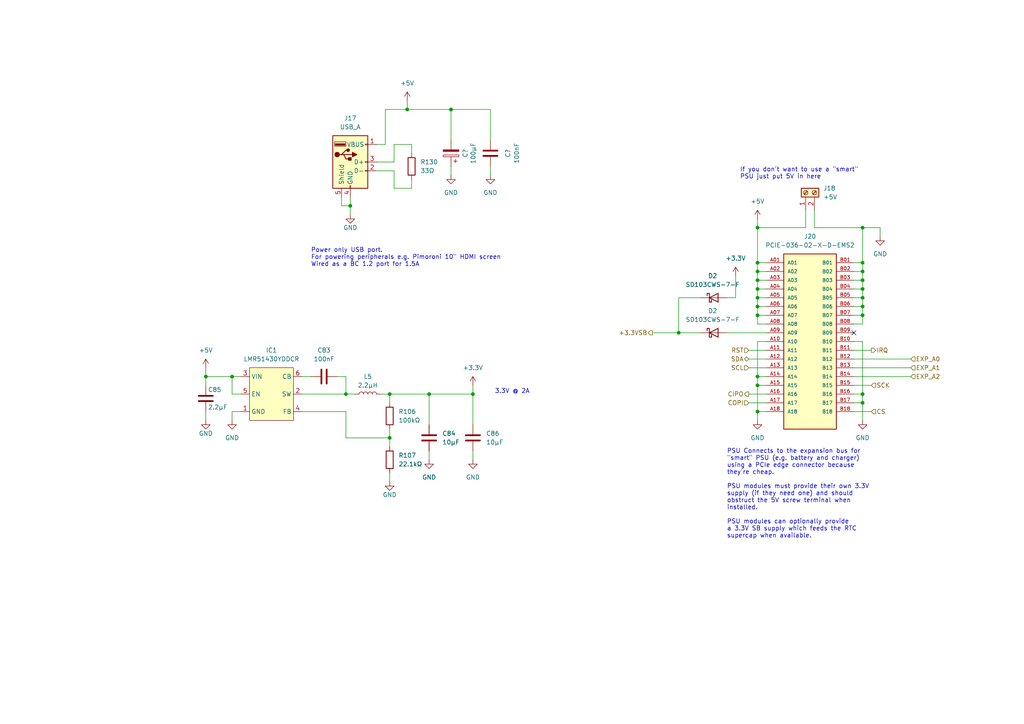
<source format=kicad_sch>
(kicad_sch (version 20230121) (generator eeschema)
  (paper "A4")
  (lib_symbols
    (symbol "Connector:Screw_Terminal_01x02" (pin_names (offset 1.016) hide)
      (property "Reference" "J" (at 0 2.54 0))
      (property "Value" "Screw_Terminal_01x02" (at 0 -5.08 0))
      (symbol "Screw_Terminal_01x02_1_1"
        (rectangle (start -1.27 1.27) (end 1.27 -3.81) (stroke (width 0.254)) (fill (type background)))
        (circle (center 0 -2.54) (radius 0.635) (stroke (width 0.1524)))
        (polyline (pts (xy -0.5334 -2.2098) (xy 0.3302 -3.048)) (stroke (width 0.1524)))
        (polyline (pts (xy -0.5334 0.3302) (xy 0.3302 -0.508)) (stroke (width 0.1524)))
        (polyline (pts (xy -0.3556 -2.032) (xy 0.508 -2.8702)) (stroke (width 0.1524)))
        (polyline (pts (xy -0.3556 0.508) (xy 0.508 -0.3302)) (stroke (width 0.1524)))
        (circle (center 0 0) (radius 0.635) (stroke (width 0.1524)))
        (pin passive line (at -5.08 0 0) (length 3.81) (name "Pin_1") (number "1"))
        (pin passive line (at -5.08 -2.54 0) (length 3.81) (name "Pin_2") (number "2"))
      )
    )
    (symbol "Connector:USB_A" (pin_names (offset 1.016))
      (property "Reference" "J" (at -5.08 11.43 0))
      (property "Value" "USB_A" (at -5.08 8.89 0))
      (symbol "USB_A_0_1"
        (rectangle (start -5.08 -7.62) (end 5.08 7.62) (stroke (width 0.254)) (fill (type background)))
        (circle (center -3.81 2.159) (radius 0.635) (stroke (width 0.254)) (fill (type outline)))
        (rectangle (start -1.524 4.826) (end -4.318 5.334) (fill (type outline)))
        (rectangle (start -1.27 4.572) (end -4.572 5.842))
        (circle (center -0.635 3.429) (radius 0.381) (stroke (width 0.254)) (fill (type outline)))
        (rectangle (start -0.127 -7.62) (end 0.127 -6.858))
        (polyline (pts (xy -3.175 2.159) (xy -2.54 2.159) (xy -1.27 3.429) (xy -0.635 3.429)) (stroke (width 0.254)))
        (polyline (pts (xy -2.54 2.159) (xy -1.905 2.159) (xy -1.27 0.889) (xy 0 0.889)) (stroke (width 0.254)))
        (polyline (pts (xy 0.635 2.794) (xy 0.635 1.524) (xy 1.905 2.159) (xy 0.635 2.794)) (stroke (width 0.254)) (fill (type outline)))
        (rectangle (start 0.254 1.27) (end -0.508 0.508) (stroke (width 0.254)) (fill (type outline)))
        (rectangle (start 5.08 -2.667) (end 4.318 -2.413))
        (rectangle (start 5.08 -0.127) (end 4.318 0.127))
        (rectangle (start 5.08 4.953) (end 4.318 5.207))
      )
      (symbol "USB_A_1_1"
        (polyline (pts (xy -1.905 2.159) (xy 0.635 2.159)) (stroke (width 0.254)))
        (pin power_in line (at 7.62 5.08 180) (length 2.54) (name "VBUS") (number "1"))
        (pin bidirectional line (at 7.62 -2.54 180) (length 2.54) (name "D-") (number "2"))
        (pin bidirectional line (at 7.62 0 180) (length 2.54) (name "D+") (number "3"))
        (pin power_in line (at 0 -10.16 90) (length 2.54) (name "GND") (number "4"))
        (pin passive line (at -2.54 -10.16 90) (length 2.54) (name "Shield") (number "5"))
      )
    )
    (symbol "Device:C" (pin_numbers hide) (pin_names (offset 0.254))
      (property "Reference" "C" (at 0.635 2.54 0))
      (property "Value" "C" (at 0.635 -2.54 0))
      (symbol "C_0_1"
        (polyline (pts (xy -2.032 -0.762) (xy 2.032 -0.762)) (stroke (width 0.508)))
        (polyline (pts (xy -2.032 0.762) (xy 2.032 0.762)) (stroke (width 0.508)))
      )
      (symbol "C_1_1"
        (pin passive line (at 0 3.81 270) (length 2.794) (name "~") (number "1"))
        (pin passive line (at 0 -3.81 90) (length 2.794) (name "~") (number "2"))
      )
    )
    (symbol "Device:C_Polarized" (pin_numbers hide) (pin_names (offset 0.254))
      (property "Reference" "C" (at 0.635 2.54 0))
      (property "Value" "C_Polarized" (at 0.635 -2.54 0))
      (symbol "C_Polarized_0_1"
        (rectangle (start -2.286 0.508) (end 2.286 1.016))
        (polyline (pts (xy -1.778 2.286) (xy -0.762 2.286)))
        (polyline (pts (xy -1.27 2.794) (xy -1.27 1.778)))
        (rectangle (start 2.286 -0.508) (end -2.286 -1.016) (fill (type outline)))
      )
      (symbol "C_Polarized_1_1"
        (pin passive line (at 0 3.81 270) (length 2.794) (name "~") (number "1"))
        (pin passive line (at 0 -3.81 90) (length 2.794) (name "~") (number "2"))
      )
    )
    (symbol "Device:D_Schottky" (pin_numbers hide) (pin_names (offset 1.016) hide)
      (property "Reference" "D" (at 0 2.54 0))
      (property "Value" "D_Schottky" (at 0 -2.54 0))
      (symbol "D_Schottky_0_1"
        (polyline (pts (xy 1.27 0) (xy -1.27 0)))
        (polyline (pts (xy 1.27 1.27) (xy 1.27 -1.27) (xy -1.27 0) (xy 1.27 1.27)) (stroke (width 0.254)))
        (polyline (pts (xy -1.905 0.635) (xy -1.905 1.27) (xy -1.27 1.27) (xy -1.27 -1.27) (xy -0.635 -1.27) (xy -0.635 -0.635)) (stroke (width 0.254)))
      )
      (symbol "D_Schottky_1_1"
        (pin passive line (at -3.81 0 0) (length 2.54) (name "K") (number "1"))
        (pin passive line (at 3.81 0 180) (length 2.54) (name "A") (number "2"))
      )
    )
    (symbol "Device:L" (pin_numbers hide) (pin_names (offset 1.016) hide)
      (property "Reference" "L" (at -1.27 0 90))
      (property "Value" "L" (at 1.905 0 90))
      (symbol "L_0_1"
        (arc (start 0 -2.54) (mid 0.6323 -1.905) (end 0 -1.27))
        (arc (start 0 -1.27) (mid 0.6323 -0.635) (end 0 0))
        (arc (start 0 0) (mid 0.6323 0.635) (end 0 1.27))
        (arc (start 0 1.27) (mid 0.6323 1.905) (end 0 2.54))
      )
      (symbol "L_1_1"
        (pin passive line (at 0 3.81 270) (length 1.27) (name "1") (number "1"))
        (pin passive line (at 0 -3.81 90) (length 1.27) (name "2") (number "2"))
      )
    )
    (symbol "Device:R" (pin_numbers hide) (pin_names (offset 0))
      (property "Reference" "R" (at 2.032 0 90))
      (property "Value" "R" (at 0 0 90))
      (symbol "R_0_1"
        (rectangle (start -1.016 -2.54) (end 1.016 2.54) (stroke (width 0.254)))
      )
      (symbol "R_1_1"
        (pin passive line (at 0 3.81 270) (length 1.27) (name "~") (number "1"))
        (pin passive line (at 0 -3.81 90) (length 1.27) (name "~") (number "2"))
      )
    )
    (symbol "extras:LMR51430"
      (property "Reference" "IC" (at -5.08 8.89 0))
      (symbol "LMR51430_1_1"
        (rectangle (start -6.35 7.62) (end 6.35 -7.62) (fill (type background)))
        (pin power_in line (at -8.89 -5.08 0) (length 2.54) (name "GND") (number "1"))
        (pin power_out line (at 8.89 0 180) (length 2.54) (name "SW") (number "2"))
        (pin power_in line (at -8.89 5.08 0) (length 2.54) (name "VIN") (number "3"))
        (pin input line (at 8.89 -5.08 180) (length 2.54) (name "FB") (number "4"))
        (pin input line (at -8.89 0 0) (length 2.54) (name "EN") (number "5"))
        (pin passive line (at 8.89 5.08 180) (length 2.54) (name "CB") (number "6"))
      )
    )
    (symbol "extras:PCIE-036-02-X-D-EMS2" (pin_names (offset 1.016))
      (property "Reference" "J" (at -7.62 26.162 0))
      (property "Value" "PCIE-036-02-X-D-EMS2" (at -7.62 -27.94 0))
      (symbol "PCIE-036-02-X-D-EMS2_0_0"
        (rectangle (start -7.62 -25.4) (end 7.62 25.4) (stroke (width 0.254)) (fill (type background)))
        (pin passive line (at -12.7 22.86 0) (length 5.08) (name "A01") (number "A01"))
        (pin passive line (at -12.7 20.32 0) (length 5.08) (name "A02") (number "A02"))
        (pin passive line (at -12.7 17.78 0) (length 5.08) (name "A03") (number "A03"))
        (pin passive line (at -12.7 15.24 0) (length 5.08) (name "A04") (number "A04"))
        (pin passive line (at -12.7 12.7 0) (length 5.08) (name "A05") (number "A05"))
        (pin passive line (at -12.7 10.16 0) (length 5.08) (name "A06") (number "A06"))
        (pin passive line (at -12.7 7.62 0) (length 5.08) (name "A07") (number "A07"))
        (pin passive line (at -12.7 5.08 0) (length 5.08) (name "A08") (number "A08"))
        (pin passive line (at -12.7 2.54 0) (length 5.08) (name "A09") (number "A09"))
        (pin passive line (at -12.7 0 0) (length 5.08) (name "A10") (number "A10"))
        (pin passive line (at -12.7 -2.54 0) (length 5.08) (name "A11") (number "A11"))
        (pin passive line (at -12.7 -5.08 0) (length 5.08) (name "A12") (number "A12"))
        (pin passive line (at -12.7 -7.62 0) (length 5.08) (name "A13") (number "A13"))
        (pin passive line (at -12.7 -10.16 0) (length 5.08) (name "A14") (number "A14"))
        (pin passive line (at -12.7 -12.7 0) (length 5.08) (name "A15") (number "A15"))
        (pin passive line (at -12.7 -15.24 0) (length 5.08) (name "A16") (number "A16"))
        (pin passive line (at -12.7 -17.78 0) (length 5.08) (name "A17") (number "A17"))
        (pin passive line (at -12.7 -20.32 0) (length 5.08) (name "A18") (number "A18"))
        (pin passive line (at 12.7 22.86 180) (length 5.08) (name "B01") (number "B01"))
        (pin passive line (at 12.7 20.32 180) (length 5.08) (name "B02") (number "B02"))
        (pin passive line (at 12.7 17.78 180) (length 5.08) (name "B03") (number "B03"))
        (pin passive line (at 12.7 15.24 180) (length 5.08) (name "B04") (number "B04"))
        (pin passive line (at 12.7 12.7 180) (length 5.08) (name "B05") (number "B05"))
        (pin passive line (at 12.7 10.16 180) (length 5.08) (name "B06") (number "B06"))
        (pin passive line (at 12.7 7.62 180) (length 5.08) (name "B07") (number "B07"))
        (pin passive line (at 12.7 5.08 180) (length 5.08) (name "B08") (number "B08"))
        (pin passive line (at 12.7 2.54 180) (length 5.08) (name "B09") (number "B09"))
        (pin passive line (at 12.7 0 180) (length 5.08) (name "B10") (number "B10"))
        (pin passive line (at 12.7 -2.54 180) (length 5.08) (name "B11") (number "B11"))
        (pin passive line (at 12.7 -5.08 180) (length 5.08) (name "B12") (number "B12"))
        (pin passive line (at 12.7 -7.62 180) (length 5.08) (name "B13") (number "B13"))
        (pin passive line (at 12.7 -10.16 180) (length 5.08) (name "B14") (number "B14"))
        (pin passive line (at 12.7 -12.7 180) (length 5.08) (name "B15") (number "B15"))
        (pin passive line (at 12.7 -15.24 180) (length 5.08) (name "B16") (number "B16"))
        (pin passive line (at 12.7 -17.78 180) (length 5.08) (name "B17") (number "B17"))
        (pin passive line (at 12.7 -20.32 180) (length 5.08) (name "B18") (number "B18"))
      )
    )
    (symbol "power:+3.3V" (power) (pin_names (offset 0))
      (property "Value" "+3.3V" (at 0 3.556 0))
      (symbol "+3.3V_0_1"
        (polyline (pts (xy -0.762 1.27) (xy 0 2.54)))
        (polyline (pts (xy 0 0) (xy 0 2.54)))
        (polyline (pts (xy 0 2.54) (xy 0.762 1.27)))
      )
      (symbol "+3.3V_1_1"
        (pin power_in line (at 0 0 90) (length 0) hide (name "+3.3V") (number "1"))
      )
    )
    (symbol "power:+5V" (power) (pin_names (offset 0))
      (property "Value" "+5V" (at 0 3.556 0))
      (symbol "+5V_0_1"
        (polyline (pts (xy -0.762 1.27) (xy 0 2.54)))
        (polyline (pts (xy 0 0) (xy 0 2.54)))
        (polyline (pts (xy 0 2.54) (xy 0.762 1.27)))
      )
      (symbol "+5V_1_1"
        (pin power_in line (at 0 0 90) (length 0) hide (name "+5V") (number "1"))
      )
    )
    (symbol "power:GND" (power) (pin_names (offset 0))
      (property "Value" "GND" (at 0 -3.81 0))
      (symbol "GND_0_1"
        (polyline (pts (xy 0 0) (xy 0 -1.27) (xy 1.27 -1.27) (xy 0 -2.54) (xy -1.27 -1.27) (xy 0 -1.27)))
      )
      (symbol "GND_1_1"
        (pin power_in line (at 0 0 270) (length 0) hide (name "GND") (number "1"))
      )
    )
    (symbol "power:PWR_FLAG" (power) (pin_numbers hide) (pin_names (offset 0) hide)
      (property "Value" "PWR_FLAG" (at 0 3.81 0))
      (symbol "PWR_FLAG_0_0"
        (pin power_out line (at 0 0 90) (length 0) (name "pwr") (number "1"))
      )
      (symbol "PWR_FLAG_0_1"
        (polyline (pts (xy 0 0) (xy 0 1.27) (xy -1.016 1.905) (xy 0 2.54) (xy 1.016 1.905) (xy 0 1.27)))
      )
    )
  )
  (junction (at 250.19 88.9))
  (junction (at 67.31 109.22))
  (junction (at 219.71 109.22))
  (junction (at 250.19 83.82))
  (junction (at 219.71 76.2))
  (junction (at 130.81 31.75))
  (junction (at 250.19 86.36))
  (junction (at 219.71 86.36))
  (junction (at 219.71 111.76))
  (junction (at 219.71 78.74))
  (junction (at 250.19 81.28))
  (junction (at 219.71 66.04))
  (junction (at 118.11 31.75))
  (junction (at 250.19 116.84))
  (junction (at 250.19 76.2))
  (junction (at 100.33 114.3))
  (junction (at 137.16 114.3))
  (junction (at 219.71 83.82))
  (junction (at 250.19 66.04))
  (junction (at 101.6 59.69))
  (junction (at 113.03 127))
  (junction (at 219.71 88.9))
  (junction (at 219.71 91.44))
  (junction (at 250.19 114.3))
  (junction (at 196.85 96.52))
  (junction (at 124.46 114.3))
  (junction (at 219.71 119.38))
  (junction (at 113.03 114.3))
  (junction (at 59.69 109.22))
  (junction (at 250.19 91.44))
  (junction (at 250.19 78.74))
  (junction (at 219.71 81.28))
  (no_connect (at 247.65 96.52))
  (wire (pts (xy 109.22 49.53) (xy 114.3 49.53)))
  (wire (pts (xy 247.65 101.6) (xy 252.73 101.6)))
  (wire (pts (xy 247.65 116.84) (xy 250.19 116.84)))
  (wire (pts (xy 101.6 59.69) (xy 101.6 62.23)))
  (wire (pts (xy 219.71 81.28) (xy 222.25 81.28)))
  (wire (pts (xy 236.22 66.04) (xy 250.19 66.04)))
  (wire (pts (xy 219.71 91.44) (xy 222.25 91.44)))
  (wire (pts (xy 99.06 57.15) (xy 99.06 59.69)))
  (wire (pts (xy 137.16 111.76) (xy 137.16 114.3)))
  (wire (pts (xy 219.71 78.74) (xy 222.25 78.74)))
  (wire (pts (xy 137.16 114.3) (xy 137.16 123.19)))
  (wire (pts (xy 247.65 93.98) (xy 250.19 93.98)))
  (wire (pts (xy 255.27 66.04) (xy 255.27 68.58)))
  (wire (pts (xy 69.85 119.38) (xy 67.31 119.38)))
  (wire (pts (xy 219.71 86.36) (xy 219.71 83.82)))
  (wire (pts (xy 250.19 99.06) (xy 250.19 114.3)))
  (wire (pts (xy 219.71 66.04) (xy 219.71 76.2)))
  (wire (pts (xy 111.76 31.75) (xy 118.11 31.75)))
  (wire (pts (xy 124.46 114.3) (xy 137.16 114.3)))
  (wire (pts (xy 250.19 81.28) (xy 250.19 78.74)))
  (wire (pts (xy 219.71 66.04) (xy 233.68 66.04)))
  (wire (pts (xy 222.25 83.82) (xy 219.71 83.82)))
  (wire (pts (xy 217.17 114.3) (xy 222.25 114.3)))
  (wire (pts (xy 247.65 81.28) (xy 250.19 81.28)))
  (wire (pts (xy 59.69 119.38) (xy 59.69 121.92)))
  (wire (pts (xy 327.66 130.81) (xy 327.66 133.35)))
  (wire (pts (xy 222.25 76.2) (xy 219.71 76.2)))
  (wire (pts (xy 119.38 54.61) (xy 119.38 52.07)))
  (wire (pts (xy 67.31 109.22) (xy 59.69 109.22)))
  (wire (pts (xy 247.65 119.38) (xy 252.73 119.38)))
  (wire (pts (xy 99.06 59.69) (xy 101.6 59.69)))
  (wire (pts (xy 219.71 99.06) (xy 219.71 109.22)))
  (wire (pts (xy 247.65 78.74) (xy 250.19 78.74)))
  (wire (pts (xy 219.71 86.36) (xy 222.25 86.36)))
  (wire (pts (xy 233.68 60.96) (xy 233.68 66.04)))
  (wire (pts (xy 111.76 41.91) (xy 111.76 31.75)))
  (wire (pts (xy 250.19 114.3) (xy 250.19 116.84)))
  (wire (pts (xy 130.81 48.26) (xy 130.81 50.8)))
  (wire (pts (xy 114.3 46.99) (xy 114.3 41.91)))
  (wire (pts (xy 124.46 130.81) (xy 124.46 133.35)))
  (wire (pts (xy 250.19 93.98) (xy 250.19 91.44)))
  (wire (pts (xy 203.2 86.36) (xy 196.85 86.36)))
  (wire (pts (xy 113.03 137.16) (xy 113.03 139.7)))
  (wire (pts (xy 114.3 54.61) (xy 119.38 54.61)))
  (wire (pts (xy 219.71 81.28) (xy 219.71 78.74)))
  (wire (pts (xy 100.33 109.22) (xy 100.33 114.3)))
  (wire (pts (xy 351.79 109.22) (xy 351.79 111.76)))
  (wire (pts (xy 100.33 127) (xy 113.03 127)))
  (wire (pts (xy 250.19 116.84) (xy 250.19 121.92)))
  (wire (pts (xy 101.6 59.69) (xy 101.6 57.15)))
  (wire (pts (xy 247.65 109.22) (xy 264.16 109.22)))
  (wire (pts (xy 59.69 106.68) (xy 59.69 109.22)))
  (wire (pts (xy 67.31 109.22) (xy 69.85 109.22)))
  (wire (pts (xy 113.03 114.3) (xy 113.03 116.84)))
  (wire (pts (xy 217.17 104.14) (xy 222.25 104.14)))
  (wire (pts (xy 210.82 96.52) (xy 222.25 96.52)))
  (wire (pts (xy 119.38 41.91) (xy 119.38 44.45)))
  (wire (pts (xy 222.25 99.06) (xy 219.71 99.06)))
  (wire (pts (xy 142.24 48.26) (xy 142.24 50.8)))
  (wire (pts (xy 142.24 31.75) (xy 142.24 40.64)))
  (wire (pts (xy 130.81 31.75) (xy 142.24 31.75)))
  (wire (pts (xy 219.71 93.98) (xy 219.71 91.44)))
  (wire (pts (xy 87.63 114.3) (xy 100.33 114.3)))
  (wire (pts (xy 219.71 88.9) (xy 219.71 86.36)))
  (wire (pts (xy 222.25 93.98) (xy 219.71 93.98)))
  (wire (pts (xy 196.85 96.52) (xy 203.2 96.52)))
  (wire (pts (xy 100.33 119.38) (xy 100.33 127)))
  (wire (pts (xy 114.3 49.53) (xy 114.3 54.61)))
  (wire (pts (xy 67.31 114.3) (xy 67.31 109.22)))
  (wire (pts (xy 250.19 78.74) (xy 250.19 76.2)))
  (wire (pts (xy 219.71 119.38) (xy 219.71 121.92)))
  (wire (pts (xy 219.71 63.5) (xy 219.71 66.04)))
  (wire (pts (xy 247.65 114.3) (xy 250.19 114.3)))
  (wire (pts (xy 118.11 29.21) (xy 118.11 31.75)))
  (wire (pts (xy 250.19 83.82) (xy 250.19 81.28)))
  (wire (pts (xy 247.65 99.06) (xy 250.19 99.06)))
  (wire (pts (xy 217.17 106.68) (xy 222.25 106.68)))
  (wire (pts (xy 247.65 83.82) (xy 250.19 83.82)))
  (wire (pts (xy 196.85 86.36) (xy 196.85 96.52)))
  (wire (pts (xy 217.17 116.84) (xy 222.25 116.84)))
  (wire (pts (xy 113.03 127) (xy 113.03 124.46)))
  (wire (pts (xy 124.46 123.19) (xy 124.46 114.3)))
  (wire (pts (xy 325.12 91.44) (xy 325.12 93.98)))
  (wire (pts (xy 137.16 130.81) (xy 137.16 133.35)))
  (wire (pts (xy 118.11 31.75) (xy 130.81 31.75)))
  (wire (pts (xy 219.71 111.76) (xy 219.71 119.38)))
  (wire (pts (xy 109.22 46.99) (xy 114.3 46.99)))
  (wire (pts (xy 217.17 101.6) (xy 222.25 101.6)))
  (wire (pts (xy 114.3 41.91) (xy 119.38 41.91)))
  (wire (pts (xy 97.79 109.22) (xy 100.33 109.22)))
  (wire (pts (xy 236.22 60.96) (xy 236.22 66.04)))
  (wire (pts (xy 219.71 109.22) (xy 219.71 111.76)))
  (wire (pts (xy 247.65 106.68) (xy 264.16 106.68)))
  (wire (pts (xy 247.65 104.14) (xy 264.16 104.14)))
  (wire (pts (xy 113.03 127) (xy 113.03 129.54)))
  (wire (pts (xy 59.69 109.22) (xy 59.69 111.76)))
  (wire (pts (xy 250.19 76.2) (xy 247.65 76.2)))
  (wire (pts (xy 250.19 86.36) (xy 250.19 83.82)))
  (wire (pts (xy 219.71 91.44) (xy 219.71 88.9)))
  (wire (pts (xy 247.65 86.36) (xy 250.19 86.36)))
  (wire (pts (xy 219.71 109.22) (xy 222.25 109.22)))
  (wire (pts (xy 247.65 88.9) (xy 250.19 88.9)))
  (wire (pts (xy 100.33 114.3) (xy 102.87 114.3)))
  (wire (pts (xy 87.63 119.38) (xy 100.33 119.38)))
  (wire (pts (xy 130.81 31.75) (xy 130.81 40.64)))
  (wire (pts (xy 250.19 66.04) (xy 255.27 66.04)))
  (wire (pts (xy 69.85 114.3) (xy 67.31 114.3)))
  (wire (pts (xy 219.71 83.82) (xy 219.71 81.28)))
  (wire (pts (xy 67.31 119.38) (xy 67.31 121.92)))
  (wire (pts (xy 109.22 41.91) (xy 111.76 41.91)))
  (wire (pts (xy 250.19 88.9) (xy 250.19 86.36)))
  (wire (pts (xy 219.71 76.2) (xy 219.71 78.74)))
  (wire (pts (xy 219.71 111.76) (xy 222.25 111.76)))
  (wire (pts (xy 219.71 119.38) (xy 222.25 119.38)))
  (wire (pts (xy 110.49 114.3) (xy 113.03 114.3)))
  (wire (pts (xy 210.82 86.36) (xy 213.36 86.36)))
  (wire (pts (xy 124.46 114.3) (xy 113.03 114.3)))
  (wire (pts (xy 247.65 91.44) (xy 250.19 91.44)))
  (wire (pts (xy 250.19 91.44) (xy 250.19 88.9)))
  (wire (pts (xy 219.71 88.9) (xy 222.25 88.9)))
  (wire (pts (xy 247.65 111.76) (xy 252.73 111.76)))
  (wire (pts (xy 189.23 96.52) (xy 196.85 96.52)))
  (wire (pts (xy 87.63 109.22) (xy 90.17 109.22)))
  (wire (pts (xy 213.36 80.01) (xy 213.36 86.36)))
  (wire (pts (xy 250.19 66.04) (xy 250.19 76.2)))
  (text "If you don't want to use a \"smart\"\nPSU just put 5V in here" (at 214.63 52.07 0) (effects (font (size 1.27 1.27)) (justify left bottom)))
  (text "3.3V @ 2A" (at 153.67 114.3 0) (effects (font (size 1.27 1.27)) (justify right bottom)))
  (text "PSU Connects to the expansion bus for\n\"smart\" PSU (e.g. battery and charger)\nusing a PCIe edge connector because\nthey're cheap.\n\nPSU modules must provide their own 3.3V\nsupply (if they need one) and should\nobstruct the 5V screw terminal when\ninstalled.\n\nPSU modules can optionally provide\na 3.3V SB supply which feeds the RTC\nsupercap when available." (at 210.82 156.21 0) (effects (font (size 1.27 1.27)) (justify left bottom)))
  (text "Power only USB port.\nFor powering peripherals e.g. Pimoroni 10\" HDMI screen\nWired as a BC 1.2 port for 1.5A" (at 90.17 77.47 0) (effects (font (size 1.27 1.27)) (justify left bottom)))
  (hierarchical_label "CIPO" (shape output) (at 217.17 114.3 180))
  (hierarchical_label "+3.3VSB" (shape output) (at 189.23 96.52 180))
  (hierarchical_label "IRQ" (shape output) (at 252.73 101.6 0))
  (hierarchical_label "RST" (shape input) (at 217.17 101.6 180))
  (hierarchical_label "EXP_A0" (shape input) (at 264.16 104.14 0))
  (hierarchical_label "SCL" (shape input) (at 217.17 106.68 180))
  (hierarchical_label "COPI" (shape input) (at 217.17 116.84 180))
  (hierarchical_label "SDA" (shape bidirectional) (at 217.17 104.14 180))
  (hierarchical_label "CS" (shape input) (at 252.73 119.38 0))
  (hierarchical_label "SCK" (shape input) (at 252.73 111.76 0))
  (hierarchical_label "EXP_A1" (shape input) (at 264.16 106.68 0))
  (hierarchical_label "EXP_A2" (shape input) (at 264.16 109.22 0))
  (symbol (lib_id "power:PWR_FLAG") (at 325.12 93.98 180) (unit 1)
    (property "Reference" "#FLG07" (effects hide))
    (property "Value" "PWR_FLAG" (at 325.12 99.06 0))
  )
  (symbol (lib_id "extras:PCIE-036-02-X-D-EMS2") (at 234.95 99.06 0) (unit 1)
    (property "Reference" "J20" (at 234.95 68.58 0))
    (property "Value" "PCIE-036-02-X-D-EMS2" (at 234.95 71.12 0))
    (property "Footprint" "extras:SAMTEC_PCIE-036-02-X-D-EMS2" (effects hide))
  )
  (symbol (lib_id "power:GND") (at 137.16 133.35 0) (unit 1)
    (property "Reference" "#PWR0141" (effects hide))
    (property "Value" "GND" (at 137.16 138.43 0))
    (instances (project "d1000" (path "" (reference "#PWR0141") (unit 1)) (path "" (reference "#PWR0202") (unit 1))))
  )
  (symbol (lib_id "power:GND") (at 142.24 50.8 0) (unit 1)
    (property "Reference" "#PWR0214" (effects hide))
    (property "Value" "GND" (at 142.24 55.88 0))
  )
  (symbol (lib_id "power:GND") (at 67.31 121.92 0) (unit 1)
    (property "Reference" "#PWR0138" (effects hide))
    (property "Value" "GND" (at 67.31 127 0))
    (instances (project "d1000" (path "" (reference "#PWR0138") (unit 1)) (path "" (reference "#PWR0198") (unit 1))))
  )
  (symbol (lib_id "power:GND") (at 130.81 50.8 0) (unit 1)
    (property "Reference" "#PWR0205" (effects hide))
    (property "Value" "GND" (at 130.81 55.88 0))
  )
  (symbol (lib_id "power:+5V") (at 118.11 29.21 0) (unit 1)
    (property "Reference" "#PWR0204" (effects hide))
    (property "Value" "+5V" (at 118.11 24.13 0))
  )
  (symbol (lib_id "power:+3.3V") (at 137.16 111.76 0) (unit 1)
    (property "Reference" "#PWR0139" (effects hide))
    (property "Value" "+3.3V" (at 137.16 106.68 0))
    (instances (project "d1000" (path "" (reference "#PWR0139") (unit 1)) (path "" (reference "#PWR0201") (unit 1))))
  )
  (symbol (lib_id "power:GND") (at 219.71 121.92 0) (unit 1)
    (property "Reference" "#PWR0208" (effects hide))
    (property "Value" "GND" (at 219.71 127 0))
  )
  (symbol (lib_id "power:GND") (at 255.27 68.58 0) (unit 1)
    (property "Reference" "#PWR0210" (effects hide))
    (property "Value" "GND" (at 255.27 73.66 0))
  )
  (symbol (lib_id "Device:C_Polarized") (at 130.81 44.45 180) (unit 1)
    (property "Reference" "C?" (at 134.9502 44.45 90))
    (property "Value" "100µF" (at 137.2616 44.45 90))
    (property "Footprint" "Capacitor_SMD:CP_Elec_8x6.2" (effects hide))
    (instances (project "stmpc2" (path "" (reference "C?") (unit 1))) (project "d1000" (path "" (reference "C83") (unit 1)) (path "" (reference "C94") (unit 1))))
  )
  (symbol (lib_id "power:GND") (at 59.69 121.92 0) (unit 1)
    (property "Reference" "#PWR?" (effects hide))
    (property "Value" "GND" (at 59.69 125.73 0))
    (instances (project "d1000" (path "" (reference "#PWR?") (unit 1)) (path "" (reference "#PWR0197") (unit 1))))
  )
  (symbol (lib_id "power:+5V") (at 59.69 106.68 0) (unit 1)
    (property "Reference" "#PWR0142" (effects hide))
    (property "Value" "+5V" (at 59.69 101.6 0))
    (instances (project "d1000" (path "" (reference "#PWR0142") (unit 1)) (path "" (reference "#PWR0196") (unit 1))))
  )
  (symbol (lib_id "Device:C") (at 124.46 127 0) (unit 1)
    (property "Reference" "C84" (at 128.27 125.73 0) (effects (justify left)))
    (property "Value" "10µF" (at 128.27 128.27 0) (effects (justify left)))
    (property "Footprint" "Capacitor_SMD:C_0805_2012Metric_Pad1.18x1.45mm_HandSolder" (effects hide))
    (instances (project "d1000" (path "" (reference "C84") (unit 1)) (path "" (reference "C92") (unit 1))))
  )
  (symbol (lib_id "Device:R") (at 119.38 48.26 0) (unit 1)
    (property "Reference" "R130" (at 121.92 46.99 0) (effects (justify left)))
    (property "Value" "33Ω" (at 121.92 49.53 0) (effects (justify left)))
    (property "Footprint" "Resistor_SMD:R_0603_1608Metric_Pad0.98x0.95mm_HandSolder" (effects hide))
  )
  (symbol (lib_id "power:+3.3V") (at 327.66 130.81 0) (unit 1)
    (property "Reference" "#PWR0212" (effects hide))
    (property "Value" "+3.3V" (at 327.66 125.73 0))
  )
  (symbol (lib_id "Connector:USB_A") (at 101.6 46.99 0) (unit 1)
    (property "Reference" "J17" (at 101.6 34.29 0))
    (property "Value" "USB_A" (at 101.6 36.83 0))
    (property "Footprint" "Connector_USB:USB_A_Molex_67643_Horizontal" (effects hide))
    (property "Datasheet" " ~" (effects hide))
  )
  (symbol (lib_id "power:GND") (at 101.6 62.23 0) (unit 1)
    (property "Reference" "#PWR0203" (effects hide))
    (property "Value" "GND" (at 101.6 66.04 0))
  )
  (symbol (lib_id "power:+5V") (at 325.12 91.44 0) (unit 1)
    (property "Reference" "#PWR0211" (effects hide))
    (property "Value" "+5V" (at 325.12 86.36 0))
  )
  (symbol (lib_id "extras:LMR51430") (at 78.74 114.3 0) (unit 1)
    (property "Reference" "IC1" (at 78.74 101.6 0))
    (property "Value" "LMR51430YDDCR" (at 78.74 104.14 0))
    (property "Footprint" "Package_TO_SOT_SMD:SOT-23-6_Handsoldering" (effects hide))
  )
  (symbol (lib_id "Connector:Screw_Terminal_01x02") (at 233.68 55.88 90) (unit 1)
    (property "Reference" "J18" (at 238.76 54.61 90) (effects (justify right)))
    (property "Value" "+5V" (at 238.76 57.15 90) (effects (justify right)))
    (property "Footprint" "TerminalBlock:TerminalBlock_bornier-2_P5.08mm" (effects hide))
  )
  (symbol (lib_id "Device:R") (at 113.03 120.65 0) (unit 1)
    (property "Reference" "R106" (at 115.57 119.38 0) (effects (justify left)))
    (property "Value" "100kΩ" (at 115.57 121.92 0) (effects (justify left)))
    (property "Footprint" "Resistor_SMD:R_0603_1608Metric_Pad0.98x0.95mm_HandSolder" (effects hide))
    (instances (project "d1000" (path "" (reference "R106") (unit 1)) (path "" (reference "R128") (unit 1))))
  )
  (symbol (lib_id "power:PWR_FLAG") (at 327.66 133.35 180) (unit 1)
    (property "Reference" "#FLG08" (effects hide))
    (property "Value" "PWR_FLAG" (at 327.66 137.16 0))
  )
  (symbol (lib_id "Device:R") (at 113.03 133.35 0) (unit 1)
    (property "Reference" "R107" (at 115.57 132.08 0) (effects (justify left)))
    (property "Value" "22.1kΩ" (at 115.57 134.62 0) (effects (justify left)))
    (property "Footprint" "Resistor_SMD:R_0603_1608Metric_Pad0.98x0.95mm_HandSolder" (effects hide))
    (instances (project "d1000" (path "" (reference "R107") (unit 1)) (path "" (reference "R129") (unit 1))))
  )
  (symbol (lib_id "power:GND") (at 351.79 111.76 0) (unit 1)
    (property "Reference" "#PWR0213" (effects hide))
    (property "Value" "GND" (at 351.79 116.84 0))
  )
  (symbol (lib_id "Device:D_Schottky") (at 207.01 86.36 0) (unit 1)
    (property "Reference" "D2" (at 206.6925 80.01 0))
    (property "Value" "SD103CWS-7-F" (at 206.6925 82.55 0))
    (property "Footprint" "Diode_SMD:D_SOD-323_HandSoldering" (effects hide))
    (instances (project "d1000" (path "" (reference "D2") (unit 1)) (path "" (reference "D9") (unit 1))))
  )
  (symbol (lib_id "power:GND") (at 124.46 133.35 0) (unit 1)
    (property "Reference" "#PWR0140" (effects hide))
    (property "Value" "GND" (at 124.46 138.43 0))
    (instances (project "d1000" (path "" (reference "#PWR0140") (unit 1)) (path "" (reference "#PWR0200") (unit 1))))
  )
  (symbol (lib_id "Device:C") (at 137.16 127 0) (unit 1)
    (property "Reference" "C86" (at 140.97 125.73 0) (effects (justify left)))
    (property "Value" "10µF" (at 140.97 128.27 0) (effects (justify left)))
    (property "Footprint" "Capacitor_SMD:C_0805_2012Metric_Pad1.18x1.45mm_HandSolder" (effects hide))
    (instances (project "d1000" (path "" (reference "C86") (unit 1)) (path "" (reference "C93") (unit 1))))
  )
  (symbol (lib_id "power:+3.3V") (at 213.36 80.01 0) (unit 1)
    (property "Reference" "#PWR0206" (effects hide))
    (property "Value" "+3.3V" (at 213.36 74.93 0))
  )
  (symbol (lib_id "Device:L") (at 106.68 114.3 90) (unit 1)
    (property "Reference" "L5" (at 106.68 109.22 90))
    (property "Value" "2.2µH" (at 106.68 111.76 90))
    (property "Footprint" "Inductor_SMD:L_1008_2520Metric_Pad1.43x2.20mm_HandSolder" (effects hide))
  )
  (symbol (lib_id "power:+5V") (at 219.71 63.5 0) (unit 1)
    (property "Reference" "#PWR0207" (effects hide))
    (property "Value" "+5V" (at 219.71 58.42 0))
  )
  (symbol (lib_id "Device:D_Schottky") (at 207.01 96.52 0) (unit 1)
    (property "Reference" "D2" (at 206.6925 90.17 0))
    (property "Value" "SD103CWS-7-F" (at 206.6925 92.71 0))
    (property "Footprint" "Diode_SMD:D_SOD-323_HandSoldering" (effects hide))
    (instances (project "d1000" (path "" (reference "D2") (unit 1)) (path "" (reference "D10") (unit 1))))
  )
  (symbol (lib_id "Device:C") (at 142.24 44.45 0) (unit 1)
    (property "Reference" "C?" (at 147.32 44.45 90))
    (property "Value" "100nF" (at 149.86 44.45 90))
    (property "Footprint" "Capacitor_SMD:C_0603_1608Metric_Pad1.08x0.95mm_HandSolder" (effects hide))
    (property "Part number" "Generic 0603 X7R  50V 10%" (effects hide))
    (instances (project "stmpc2" (path "" (reference "C?") (unit 1))) (project "d1000" (path "" (reference "C97") (unit 1)) (path "" (reference "C98") (unit 1))))
  )
  (symbol (lib_id "power:GND") (at 113.03 139.7 0) (unit 1)
    (property "Reference" "#PWR?" (effects hide))
    (property "Value" "GND" (at 113.03 143.51 0))
    (instances (project "d1000" (path "" (reference "#PWR?") (unit 1)) (path "" (reference "#PWR0199") (unit 1))))
  )
  (symbol (lib_id "power:PWR_FLAG") (at 351.79 109.22 0) (unit 1)
    (property "Reference" "#FLG09" (effects hide))
    (property "Value" "PWR_FLAG" (at 351.79 105.41 0))
  )
  (symbol (lib_id "Device:C") (at 59.69 115.57 0) (unit 1)
    (property "Reference" "C85" (at 60.325 113.03 0) (effects (justify left)))
    (property "Value" "2.2µF" (at 60.325 118.11 0) (effects (justify left)))
    (property "Footprint" "Capacitor_SMD:C_0603_1608Metric_Pad1.08x0.95mm_HandSolder" (effects hide))
    (instances (project "d1000" (path "" (reference "C85") (unit 1)) (path "" (reference "C90") (unit 1))))
  )
  (symbol (lib_id "Device:C") (at 93.98 109.22 90) (unit 1)
    (property "Reference" "C83" (at 93.98 101.6 90))
    (property "Value" "100nF" (at 93.98 104.14 90))
    (property "Footprint" "Capacitor_SMD:C_0603_1608Metric_Pad1.08x0.95mm_HandSolder" (effects hide))
    (property "Part number" "Generic 0603 X7R  50V 10%" (effects hide))
    (instances (project "d1000" (path "" (reference "C83") (unit 1)) (path "" (reference "C91") (unit 1))))
  )
  (symbol (lib_id "power:GND") (at 250.19 121.92 0) (unit 1)
    (property "Reference" "#PWR0209" (effects hide))
    (property "Value" "GND" (at 250.19 127 0))
  )
)
</source>
